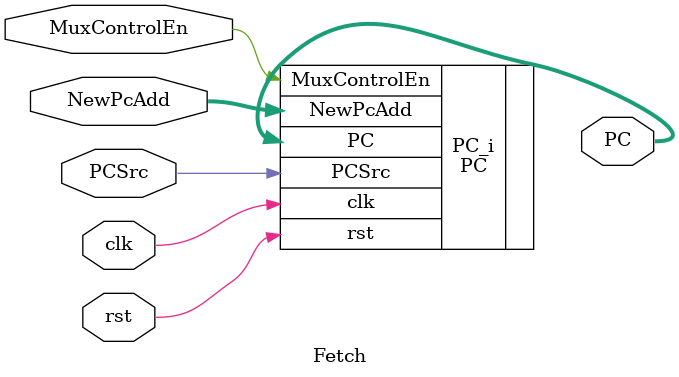
<source format=sv>
module Fetch (

	input logic MuxControlEn,



	input logic clk,
	input logic rst,
	
	input logic [31:0] NewPcAdd,
	input logic PCSrc,//controller
	
	output logic [31:0] PC
	
);


PC PC_i(

	.MuxControlEn(MuxControlEn),
	
	
	
	.clk(clk),
	.rst(rst),
	
	.PCSrc(PCSrc),//controller
	
	.NewPcAdd(NewPcAdd),
	
	.PC(PC)
	 
);

endmodule
</source>
